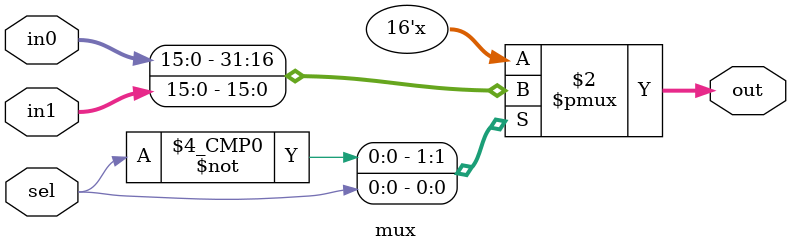
<source format=v>
module mux(sel, in0, in1, out);

//I/O ports
output [15:0] out;
input sel;
input [15:0] in0, in1;

//output defined as register
reg [15:0] out;

always @(*) //Depending on the select signal supplied to the mux, the output is chosen to be supplied to the next block.
begin
	//The two inputs can be from any of the other blocks, these are just example values.
	case (sel)
		1'b0: out = in0; 
		1'b1: out = in1;
	endcase
end
endmodule

</source>
